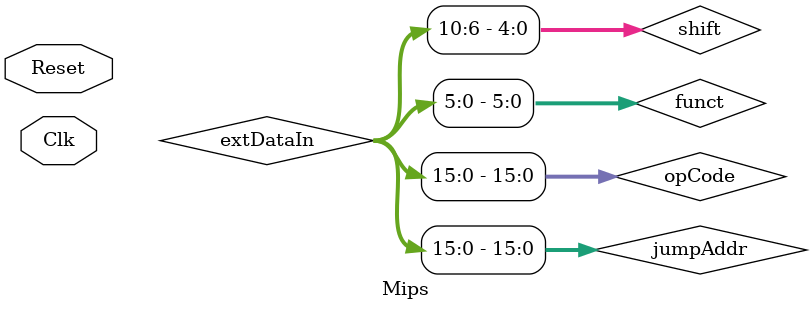
<source format=v>
module Mips(Clk, Reset);
input Clk;
input Reset;

//PC
wire [31: 0] pcOut;

//IM
wire [4: 0] imAdr;
wire [31: 0] opCode;

//GPR
wire [4: 0] gprWeSel, gprReSel1, gprReSel2;
wire [31: 0] gprDataIn;

wire [31: 0] gprDataOut1, gprDataOut2;

//Extender
wire [15: 0] extDataIn;
wire [31: 0] extDataOut;

//DMem
wire [4: 0] dmDataAdr;
wire [31: 0] dmDataOut;

//Ctrl
wire [5: 0] op;
wire [5: 0] funct;
wire jump;                        //指令跳转
wire [25: 0] jumpAddr;
wire RegDst;
wire Branch;                        //分支
wire MemR;                        //读存储器
wire Mem2R;                        //数据存储器到寄存器堆
wire MemW;                        //写数据存储器
wire RegW;                        //寄存器堆写入数据
wire Alusrc;                        //运算器操作数选择
wire ExtOp;                        //位扩展/符号扩展选择
wire [4: 0] Aluctrl;                        //Alu运算选择
wire [4: 0] shift;

//Alu
wire [31: 0] aluDataIn1;
wire [31: 0] aluDataIn2;
wire [31: 0] aluDataOut;
wire zero;
always@(posedge Clk)
begin
	$display("Branch=%8X, Zero=%8X", Branch, zero);
end
assign pcSel = ((Branch && zero) == 1) ? 1 : 0;

//PC块实例化
PcUnit U_pcUnit(.PC(pcOut), .PcReSet(Reset), .PcSel(pcSel), .Jump(jump), .JumpAddr(jumpAddr), .Clk(Clk), .Adress(extDataOut));

assign imAdr = pcOut[6: 2];

//指令寄存器实例化
IM U_IM(.OpCode(opCode), .ImAdress(imAdr));

assign op = opCode[31: 26];
assign funct = opCode[5: 0];
assign gprReSel1 = opCode[25: 21];
assign gprReSel2 = opCode[20: 16];
assign jumpAddr = opCode[25:0];
assign shift = opCode[10: 6];


assign gprWeSel = (RegDst == 0) ? opCode[20 : 16] : opCode[15 : 11];

assign extDataIn = opCode[15: 0];


//寄存器堆实例化
GPR U_gpr(.DataOut1(gprDataOut1), .DataOut2(gprDataOut2), .clk(Clk), .WData(gprDataIn)
          , .WE(RegW), .WeSel(gprWeSel), .ReSel1(gprReSel1), .ReSel2(gprReSel2));

//控制器实例化
Ctrl U_Ctrl(.jump(jump), .RegDst(RegDst), .Branch(Branch), .MemR(MemR), .Mem2R(Mem2R)
            , .MemW(MemW), .RegW(RegW), .Alusrc(Alusrc), .ExtOp(ExtOp), .Aluctrl(Aluctrl)
            , .OpCode(op), .funct(funct));

//扩展器实例化
Extender U_extend(.ExtOut(extDataOut), .DataIn(extDataIn), .ExtOp(ExtOp));

assign aluDataIn1 = (shift != 0 && op == 6'b0) ? shift : gprDataOut1;
assign aluDataIn2 = (Alusrc == 1) ? extDataOut : gprDataOut2;

//ALU实例化
Alu U_Alu(.AluResult(aluDataOut), .Zero(zero), .DataIn1(aluDataIn1), .DataIn2(aluDataIn2), .AluCtrl(Aluctrl));

assign gprDataIn = (Mem2R == 1) ? dmDataOut : aluDataOut;

//DM实例化
assign dmDataAdr = aluDataOut[4: 0];
DMem U_Dmem(.DataOut(dmDataOut), .DataAdr(dmDataAdr), .DataIn(gprDataOut2), .DMemW(MemW), .DMemR(MemR), .clk(Clk));
endmodule

</source>
